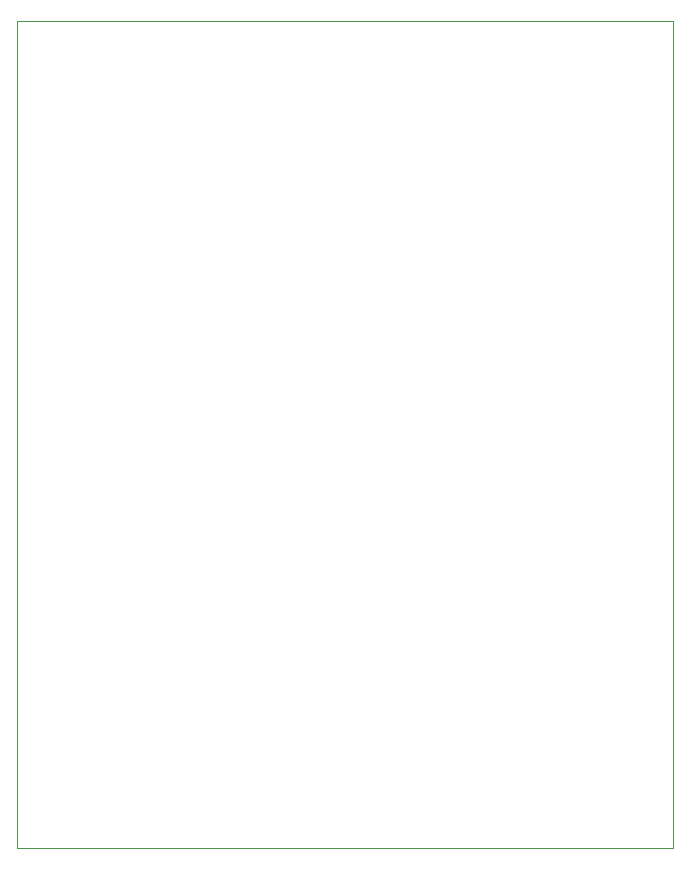
<source format=gm1>
G04 #@! TF.GenerationSoftware,KiCad,Pcbnew,5.0.0+dfsg1-1*
G04 #@! TF.CreationDate,2018-07-26T15:49:12-04:00*
G04 #@! TF.ProjectId,mystat,6D79737461742E6B696361645F706362,1*
G04 #@! TF.SameCoordinates,Original*
G04 #@! TF.FileFunction,Profile,NP*
%FSLAX46Y46*%
G04 Gerber Fmt 4.6, Leading zero omitted, Abs format (unit mm)*
G04 Created by KiCad (PCBNEW 5.0.0+dfsg1-1) date Thu Jul 26 15:49:12 2018*
%MOMM*%
%LPD*%
G01*
G04 APERTURE LIST*
%ADD10C,0.100000*%
G04 APERTURE END LIST*
D10*
X50000000Y-120000000D02*
X105500000Y-120000000D01*
X105500000Y-50000000D02*
X105500000Y-120000000D01*
X50000000Y-50000000D02*
X50000000Y-120000000D01*
X50000000Y-50000000D02*
X105500000Y-50000000D01*
M02*

</source>
